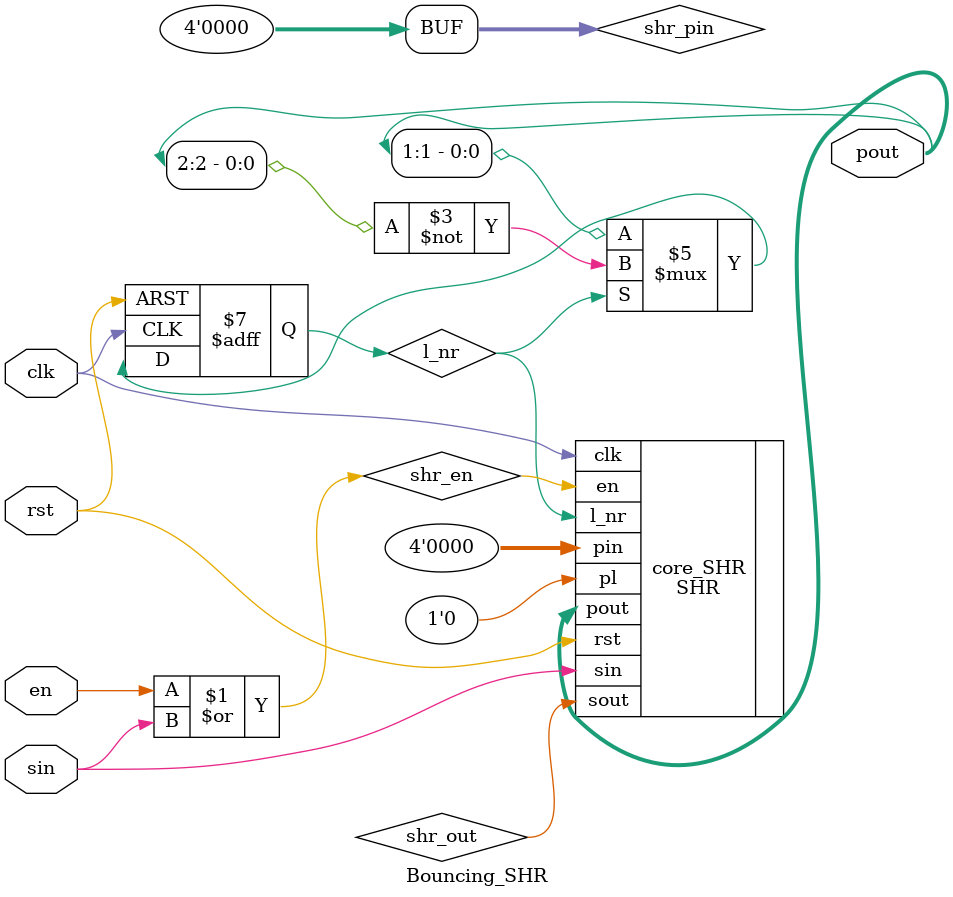
<source format=v>
`include "../lib/SHR.v"

module Bouncing_SHR #(
    parameter N_BIT=4
) (
    input clk, rst, en, sin,
    output wire[N_BIT-1:0] pout
);
    wire shr_en, shr_sout;
    reg l_nr;
    wire [N_BIT-1:0] shr_pin;

    assign shr_en=en|sin;
    assign shr_pin=0;

    SHR #(.N_BIT(N_BIT)) core_SHR (.clk(clk), .rst(rst), .en(shr_en), .l_nr(l_nr),
                                    .pl(1'b0), .sin(sin), .pin(shr_pin), .sout(shr_out), .pout(pout));
    
    always @(posedge clk or posedge rst) begin
        if (rst) l_nr<=0;
        else begin
            case (l_nr)
                1'b1: l_nr <= ~pout[N_BIT-2]; 
                default: l_nr <= pout[1];
            endcase
        end
    end
endmodule
</source>
